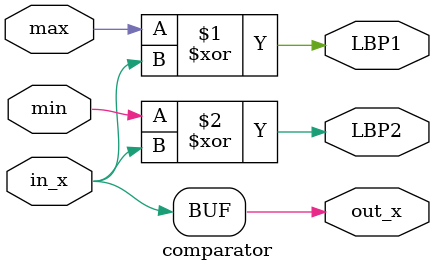
<source format=v>
module comparator(
    max,
    in_x,
    min,
    LBP1,
    LBP2,
    out_x
);

   input max;
   input in_x;
   input min;
   
   output LBP1;
   output LBP2;
   output out_x;
   
   buf buf1 (out_x, in_x);
  
   xor xor_max (LBP1, max, in_x);
   xor xor_min (LBP2, min, in_x);
  
endmodule
</source>
